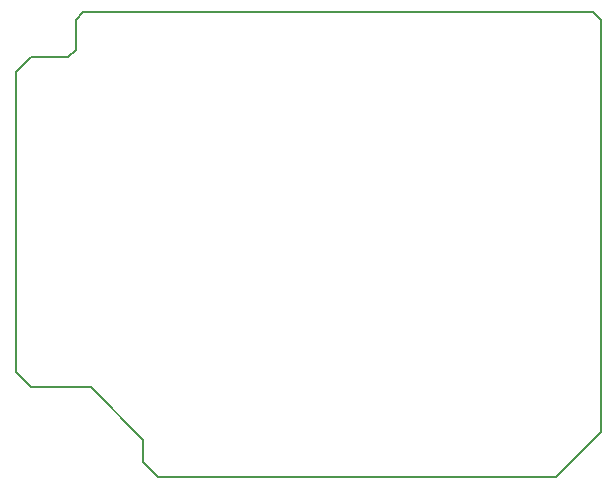
<source format=gko>
G04 #@! TF.FileFunction,Profile,NP*
%FSLAX46Y46*%
G04 Gerber Fmt 4.6, Leading zero omitted, Abs format (unit mm)*
G04 Created by KiCad (PCBNEW 4.0.6) date Mon Aug 28 16:48:00 2017*
%MOMM*%
%LPD*%
G01*
G04 APERTURE LIST*
%ADD10C,0.100000*%
%ADD11C,0.150000*%
G04 APERTURE END LIST*
D10*
D11*
X135255000Y-94615000D02*
X135890000Y-93980000D01*
X135255000Y-97155000D02*
X135255000Y-94615000D01*
X134620000Y-97790000D02*
X135255000Y-97155000D01*
X131445000Y-97790000D02*
X134620000Y-97790000D01*
X131445000Y-125730000D02*
X130175000Y-124460000D01*
X136525000Y-125730000D02*
X131445000Y-125730000D01*
X140970000Y-130175000D02*
X136525000Y-125730000D01*
X140970000Y-132080000D02*
X140970000Y-130175000D01*
X142240000Y-133350000D02*
X140970000Y-132080000D01*
X179705000Y-94615000D02*
X179070000Y-93980000D01*
X130175000Y-99060000D02*
X131445000Y-97790000D01*
X179705000Y-129540000D02*
X175895000Y-133350000D01*
X130175000Y-99060000D02*
X130175000Y-124460000D01*
X179070000Y-93980000D02*
X135890000Y-93980000D01*
X179705000Y-129540000D02*
X179705000Y-94615000D01*
X142240000Y-133350000D02*
X175895000Y-133350000D01*
M02*

</source>
